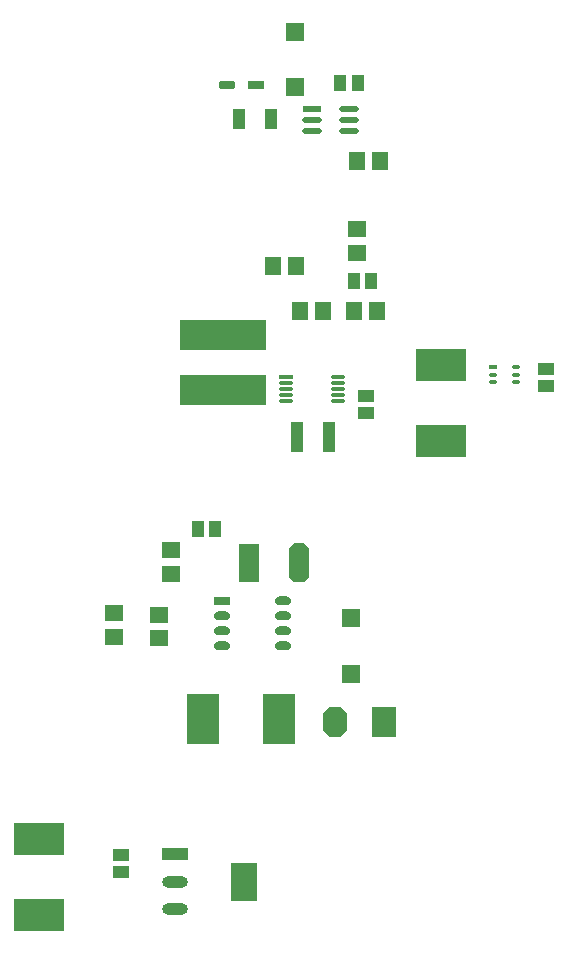
<source format=gtp>
%FSLAX25Y25*%
%MOIN*%
G70*
G01*
G75*
G04 Layer_Color=8421504*
%ADD10C,0.02000*%
%ADD11C,0.01000*%
%ADD12C,0.03000*%
%ADD13C,0.01500*%
%ADD14C,0.01200*%
%ADD15O,0.02756X0.01181*%
%ADD16R,0.02756X0.01181*%
%ADD17O,0.04724X0.01221*%
%ADD18R,0.04724X0.01221*%
%ADD19R,0.06693X0.13000*%
G04:AMPARAMS|DCode=20|XSize=66.93mil|YSize=130mil|CornerRadius=0mil|HoleSize=0mil|Usage=FLASHONLY|Rotation=180.000|XOffset=0mil|YOffset=0mil|HoleType=Round|Shape=Octagon|*
%AMOCTAGOND20*
4,1,8,0.01673,-0.06500,-0.01673,-0.06500,-0.03347,-0.04827,-0.03347,0.04827,-0.01673,0.06500,0.01673,0.06500,0.03347,0.04827,0.03347,-0.04827,0.01673,-0.06500,0.0*
%
%ADD20OCTAGOND20*%

G04:AMPARAMS|DCode=21|XSize=78.74mil|YSize=98.43mil|CornerRadius=0mil|HoleSize=0mil|Usage=FLASHONLY|Rotation=180.000|XOffset=0mil|YOffset=0mil|HoleType=Round|Shape=Octagon|*
%AMOCTAGOND21*
4,1,8,0.01969,-0.04921,-0.01969,-0.04921,-0.03937,-0.02953,-0.03937,0.02953,-0.01969,0.04921,0.01969,0.04921,0.03937,0.02953,0.03937,-0.02953,0.01969,-0.04921,0.0*
%
%ADD21OCTAGOND21*%

%ADD22R,0.07874X0.09843*%
%ADD23R,0.04331X0.05512*%
%ADD24R,0.10906X0.16732*%
%ADD25R,0.05906X0.05512*%
%ADD26R,0.06000X0.06000*%
%ADD27R,0.05500X0.03000*%
%ADD28O,0.05500X0.03000*%
%ADD29R,0.05512X0.05906*%
%ADD30R,0.04331X0.06693*%
%ADD31R,0.05512X0.02559*%
G04:AMPARAMS|DCode=32|XSize=55.12mil|YSize=25.59mil|CornerRadius=0mil|HoleSize=0mil|Usage=FLASHONLY|Rotation=180.000|XOffset=0mil|YOffset=0mil|HoleType=Round|Shape=Octagon|*
%AMOCTAGOND32*
4,1,8,-0.02756,0.00640,-0.02756,-0.00640,-0.02116,-0.01280,0.02116,-0.01280,0.02756,-0.00640,0.02756,0.00640,0.02116,0.01280,-0.02116,0.01280,-0.02756,0.00640,0.0*
%
%ADD32OCTAGOND32*%

%ADD33R,0.08661X0.12795*%
%ADD34O,0.08661X0.03937*%
%ADD35R,0.08661X0.03937*%
%ADD36R,0.16732X0.10906*%
%ADD37R,0.04331X0.10236*%
%ADD38R,0.05512X0.04331*%
%ADD39R,0.28740X0.10433*%
%ADD40R,0.06496X0.01969*%
%ADD41O,0.06496X0.01969*%
%ADD42C,0.02500*%
%ADD43C,0.05906*%
%ADD44R,0.05906X0.05906*%
%ADD45C,0.06000*%
%ADD46C,0.00787*%
D15*
X312480Y249882D02*
D03*
Y252441D02*
D03*
Y255000D02*
D03*
X305000Y249882D02*
D03*
Y252441D02*
D03*
D16*
Y255000D02*
D03*
D17*
X253323Y243626D02*
D03*
Y245595D02*
D03*
Y247563D02*
D03*
Y249532D02*
D03*
Y251500D02*
D03*
X236000Y243626D02*
D03*
Y245595D02*
D03*
Y247563D02*
D03*
Y249532D02*
D03*
D18*
Y251500D02*
D03*
D19*
X223750Y189500D02*
D03*
D20*
X240250D02*
D03*
D21*
X252232Y136500D02*
D03*
D22*
X268768D02*
D03*
D23*
X206547Y201000D02*
D03*
X212453D02*
D03*
X254047Y349500D02*
D03*
X259953D02*
D03*
X258547Y283500D02*
D03*
X264453D02*
D03*
D24*
X233677Y137500D02*
D03*
X208323D02*
D03*
D25*
X197500Y186063D02*
D03*
Y193937D02*
D03*
X178500Y165063D02*
D03*
Y172937D02*
D03*
X193500Y172437D02*
D03*
Y164563D02*
D03*
X259500Y300937D02*
D03*
Y293063D02*
D03*
D26*
X257500Y152750D02*
D03*
Y171250D02*
D03*
X239000Y366750D02*
D03*
Y348250D02*
D03*
D27*
X214500Y177000D02*
D03*
D28*
Y172000D02*
D03*
Y167000D02*
D03*
Y162000D02*
D03*
X235000Y177000D02*
D03*
Y172000D02*
D03*
Y167000D02*
D03*
Y162000D02*
D03*
D29*
X259563Y323500D02*
D03*
X267437D02*
D03*
X248437Y273500D02*
D03*
X240563D02*
D03*
X258563D02*
D03*
X266437D02*
D03*
X239437Y288500D02*
D03*
X231563D02*
D03*
D30*
X230815Y337500D02*
D03*
X220185D02*
D03*
D31*
X225823Y349000D02*
D03*
D32*
X216177D02*
D03*
D33*
X221835Y83445D02*
D03*
D34*
X199000Y74390D02*
D03*
Y83445D02*
D03*
D35*
Y92500D02*
D03*
D36*
X287500Y255677D02*
D03*
Y230323D02*
D03*
X153500Y97677D02*
D03*
Y72323D02*
D03*
D37*
X239685Y231500D02*
D03*
X250315D02*
D03*
D38*
X262500Y239547D02*
D03*
Y245453D02*
D03*
X322500Y254453D02*
D03*
Y248547D02*
D03*
X181000Y86547D02*
D03*
Y92453D02*
D03*
D39*
X215000Y247346D02*
D03*
Y265653D02*
D03*
D40*
X244500Y341000D02*
D03*
D41*
Y337260D02*
D03*
Y333520D02*
D03*
X256902Y341000D02*
D03*
Y337260D02*
D03*
Y333520D02*
D03*
M02*

</source>
